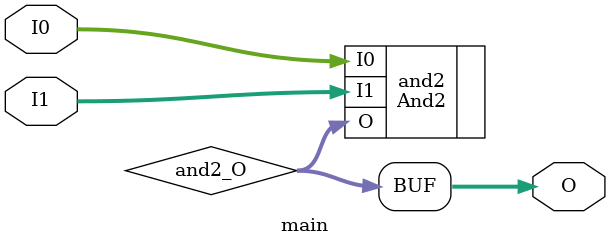
<source format=v>
module main (input [1:0] I0, input [1:0] I1, output [1:0] O);
wire [1:0] and2_O;
And2 and2 (.I0(I0), .I1(I1), .O(and2_O));
assign O = and2_O;
endmodule


</source>
